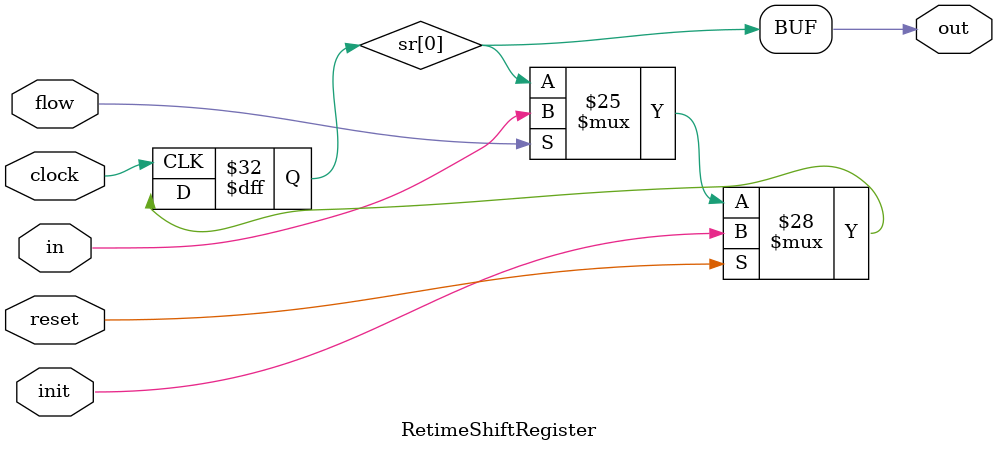
<source format=sv>
module RetimeShiftRegister
#(
    parameter WIDTH = 1,
    parameter STAGES = 1)
(
    input clock,
    input reset,
    input [WIDTH-1:0] init,
    input [WIDTH-1:0] in,
    input flow,
    output logic [WIDTH-1:0] out
);

  reg [WIDTH-1:0] sr[STAGES]; // Create 'STAGES' number of register, each 'WIDTH' bits wide

   /* synopsys dc_tcl_script_begin
    set_ungroup [current_design] true
    set_flatten true -effort high -phase true -design [current_design]
    set_dont_retime [current_design] false
    set_optimize_registers true -design [current_design]
    */
  always @(posedge clock) begin
    if (reset) begin
      for(int i=0; i<STAGES; i++) begin
        sr[i] <= init;
      end
    end else begin
      if (flow) begin
        sr[0] <= in;
        for(int i=1; i<STAGES; i++) begin
          sr[i] <= sr[i-1];
        end
      end
    end
  end

  always @(*) begin
    out <= sr[STAGES-1];
  end
endmodule


</source>
